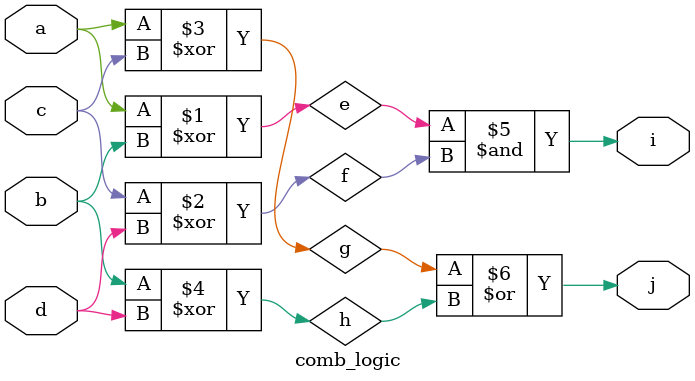
<source format=v>
module comb_logic(a,b,c,d,i,j);
  input a,b,c,d;
  output i,j;
  
  wire e,f,g,h;
  
  xor(e,a,b);
  xor(f,c,d);
  xor(g,a,c);
  xor(h,b,d);
  
  and(i,e,f);
  or(j,g,h);
  
  
endmodule

</source>
